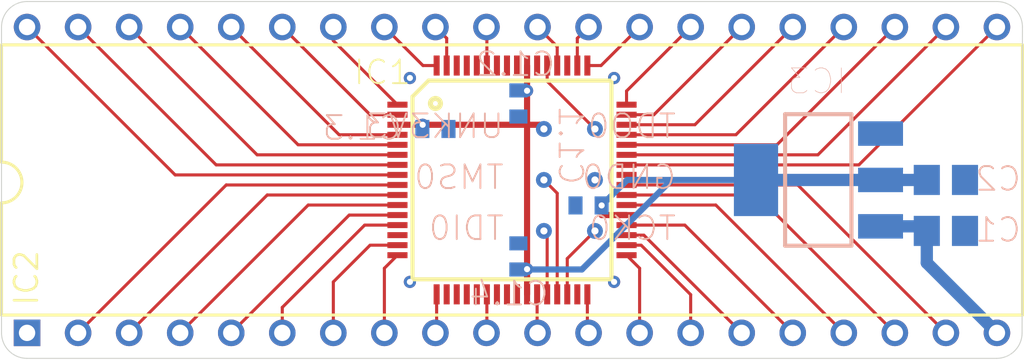
<source format=kicad_pcb>
(kicad_pcb (version 20240108) (generator "pcbnew") (generator_version "8.0")
  (layers (0 "F.Cu" signal) (31 "B.Cu" signal) (34 "B.Paste" user) (35 "F.Paste" user) (36 "B.SilkS" user "B.Silkscreen") (37 "F.SilkS" user "F.Silkscreen") (38 "B.Mask" user) (39 "F.Mask" user) (44 "Edge.Cuts" user))
  (net 0 "")
  (net 1 "GND")
  (net 2 "VCC")
  (net 3 "R/~{W}")
  (net 4 "~{CS}")
  (net 5 "~{RESET}")
  (net 6 "PC0")
  (net 7 "PC1")
  (net 8 "PC2")
  (net 9 "PC3")
  (net 10 "PC4")
  (net 11 "PC5")
  (net 12 "PC6")
  (net 13 "PC7")
  (net 14 "PB7")
  (net 15 "PB6")
  (net 16 "PB5")
  (net 17 "PB4")
  (net 18 "PB3")
  (net 19 "PB2")
  (net 20 "PB1")
  (net 21 "PB0")
  (net 22 "PA7")
  (net 23 "PA6")
  (net 24 "PA5")
  (net 25 "PA4")
  (net 26 "PA3")
  (net 27 "PA2")
  (net 28 "PA1")
  (net 29 "PA0")
  (net 30 "RS0")
  (net 31 "RS1")
  (net 32 "RS2")
  (net 33 "D0")
  (net 34 "D1")
  (net 35 "D2")
  (net 36 "D3")
  (net 37 "D4")
  (net 38 "D5")
  (net 39 "D6")
  (net 40 "D7")
  (net 41 "+3V3")
  (net 42 "TDO")
  (net 43 "TDI")
  (net 44 "TMS")
  (net 45 "TCK")
  (footprint "VQFP64" (layer "F.Cu") (at 148.501815 105.0036)
    (property "Reference" "IC1" (at -7.945 -4.675 0) (layer "F.SilkS") (effects (font (size 1.176528 1.176528) (thickness 0.093472)) (justify left bottom)))
    (property "Value" "XC9572XLVQG64")
    (fp_line (start -4.95 -4.15) (end -4.15 -4.95) (stroke (width 0.2032)) (layer "F.SilkS"))
    (fp_line (start -4.95 4.95) (end -4.95 -4.15) (stroke (width 0.2032)) (layer "F.SilkS"))
    (fp_line (start -4.15 -4.95) (end 4.95 -4.95) (stroke (width 0.2032)) (layer "F.SilkS"))
    (fp_line (start 4.95 -4.95) (end 4.95 4.95) (stroke (width 0.2032)) (layer "F.SilkS"))
    (fp_line (start 4.95 4.95) (end -4.95 4.95) (stroke (width 0.2032)) (layer "F.SilkS"))
    (fp_circle (center -3.81 -3.81) (end -3.5601 -3.81) (stroke (width 0.254)) (fill none) (layer "F.SilkS"))
    (pad "1" smd rect (at -5.7 -3.75) (size 1 0.3) (layers "F.Cu" "F.Paste") (net 34 "D1"))
    (pad "2" smd rect (at -5.7 -3.25) (size 1 0.3) (layers "F.Cu" "F.Paste") (net 35 "D2"))
    (pad "3" smd rect (at -5.7 -2.75) (size 1 0.3) (layers "F.Cu" "F.Paste") (net 41 "+3V3"))
    (pad "4" smd rect (at -5.7 -2.25) (size 1 0.3) (layers "F.Cu" "F.Paste") (net 36 "D3"))
    (pad "5" smd rect (at -5.7 -1.75) (size 1 0.3) (layers "F.Cu" "F.Paste") (net 37 "D4"))
    (pad "6" smd rect (at -5.7 -1.25) (size 1 0.3) (layers "F.Cu" "F.Paste") (net 38 "D5"))
    (pad "7" smd rect (at -5.7 -0.75) (size 1 0.3) (layers "F.Cu" "F.Paste") (net 39 "D6"))
    (pad "8" smd rect (at -5.7 -0.25) (size 1 0.3) (layers "F.Cu" "F.Paste") (net 40 "D7"))
    (pad "9" smd rect (at -5.7 0.25) (size 1 0.3) (layers "F.Cu" "F.Paste") (net 29 "PA0"))
    (pad "10" smd rect (at -5.7 0.75) (size 1 0.3) (layers "F.Cu" "F.Paste") (net 28 "PA1"))
    (pad "11" smd rect (at -5.7 1.25) (size 1 0.3) (layers "F.Cu" "F.Paste") (net 27 "PA2"))
    (pad "12" smd rect (at -5.7 1.75) (size 1 0.3) (layers "F.Cu" "F.Paste") (net 26 "PA3"))
    (pad "13" smd rect (at -5.7 2.25) (size 1 0.3) (layers "F.Cu" "F.Paste") (net 25 "PA4"))
    (pad "14" smd rect (at -5.7 2.75) (size 1 0.3) (layers "F.Cu" "F.Paste") (net 1 "GND"))
    (pad "15" smd rect (at -5.7 3.25) (size 1 0.3) (layers "F.Cu" "F.Paste") (net 24 "PA5"))
    (pad "16" smd rect (at -5.7 3.75) (size 1 0.3) (layers "F.Cu" "F.Paste") (net 23 "PA6"))
    (pad "17" smd rect (at -3.75 5.7 90) (size 1 0.3) (layers "F.Cu" "F.Paste") (net 22 "PA7"))
    (pad "18" smd rect (at -3.25 5.7 90) (size 1 0.3) (layers "F.Cu" "F.Paste"))
    (pad "19" smd rect (at -2.75 5.7 90) (size 1 0.3) (layers "F.Cu" "F.Paste"))
    (pad "20" smd rect (at -2.25 5.7 90) (size 1 0.3) (layers "F.Cu" "F.Paste"))
    (pad "21" smd rect (at -1.75 5.7 90) (size 1 0.3) (layers "F.Cu" "F.Paste") (net 1 "GND"))
    (pad "22" smd rect (at -1.25 5.7 90) (size 1 0.3) (layers "F.Cu" "F.Paste") (net 21 "PB0"))
    (pad "23" smd rect (at -0.75 5.7 90) (size 1 0.3) (layers "F.Cu" "F.Paste"))
    (pad "24" smd rect (at -0.25 5.7 90) (size 1 0.3) (layers "F.Cu" "F.Paste"))
    (pad "25" smd rect (at 0.25 5.7 90) (size 1 0.3) (layers "F.Cu" "F.Paste"))
    (pad "26" smd rect (at 0.75 5.7 90) (size 1 0.3) (layers "F.Cu" "F.Paste") (net 41 "+3V3"))
    (pad "27" smd rect (at 1.25 5.7 90) (size 1 0.3) (layers "F.Cu" "F.Paste") (net 20 "PB1"))
    (pad "28" smd rect (at 1.75 5.7 90) (size 1 0.3) (layers "F.Cu" "F.Paste") (net 43 "TDI"))
    (pad "29" smd rect (at 2.25 5.7 90) (size 1 0.3) (layers "F.Cu" "F.Paste") (net 44 "TMS"))
    (pad "30" smd rect (at 2.75 5.7 90) (size 1 0.3) (layers "F.Cu" "F.Paste") (net 45 "TCK"))
    (pad "31" smd rect (at 3.25 5.7 90) (size 1 0.3) (layers "F.Cu" "F.Paste"))
    (pad "32" smd rect (at 3.75 5.7 90) (size 1 0.3) (layers "F.Cu" "F.Paste") (net 19 "PB2"))
    (pad "33" smd rect (at 5.7 3.75 180) (size 1 0.3) (layers "F.Cu" "F.Paste") (net 18 "PB3"))
    (pad "34" smd rect (at 5.7 3.25 180) (size 1 0.3) (layers "F.Cu" "F.Paste") (net 17 "PB4"))
    (pad "35" smd rect (at 5.7 2.75 180) (size 1 0.3) (layers "F.Cu" "F.Paste") (net 16 "PB5"))
    (pad "36" smd rect (at 5.7 2.25 180) (size 1 0.3) (layers "F.Cu" "F.Paste") (net 15 "PB6"))
    (pad "37" smd rect (at 5.7 1.75 180) (size 1 0.3) (layers "F.Cu" "F.Paste") (net 41 "+3V3"))
    (pad "38" smd rect (at 5.7 1.25 180) (size 1 0.3) (layers "F.Cu" "F.Paste") (net 14 "PB7"))
    (pad "39" smd rect (at 5.7 0.75 180) (size 1 0.3) (layers "F.Cu" "F.Paste") (net 4 "~{CS}"))
    (pad "40" smd rect (at 5.7 0.25 180) (size 1 0.3) (layers "F.Cu" "F.Paste") (net 3 "R/~{W}"))
    (pad "41" smd rect (at 5.7 -0.25 180) (size 1 0.3) (layers "F.Cu" "F.Paste") (net 1 "GND"))
    (pad "42" smd rect (at 5.7 -0.75 180) (size 1 0.3) (layers "F.Cu" "F.Paste") (net 5 "~{RESET}"))
    (pad "43" smd rect (at 5.7 -1.25 180) (size 1 0.3) (layers "F.Cu" "F.Paste") (net 32 "RS2"))
    (pad "44" smd rect (at 5.7 -1.75 180) (size 1 0.3) (layers "F.Cu" "F.Paste") (net 31 "RS1"))
    (pad "45" smd rect (at 5.7 -2.25 180) (size 1 0.3) (layers "F.Cu" "F.Paste") (net 30 "RS0"))
    (pad "46" smd rect (at 5.7 -2.75 180) (size 1 0.3) (layers "F.Cu" "F.Paste") (net 6 "PC0"))
    (pad "47" smd rect (at 5.7 -3.25 180) (size 1 0.3) (layers "F.Cu" "F.Paste") (net 7 "PC1"))
    (pad "48" smd rect (at 5.7 -3.75 180) (size 1 0.3) (layers "F.Cu" "F.Paste") (net 8 "PC2"))
    (pad "49" smd rect (at 3.75 -5.7 270) (size 1 0.3) (layers "F.Cu" "F.Paste") (net 9 "PC3"))
    (pad "50" smd rect (at 3.25 -5.7 270) (size 1 0.3) (layers "F.Cu" "F.Paste") (net 10 "PC4"))
    (pad "51" smd rect (at 2.75 -5.7 270) (size 1 0.3) (layers "F.Cu" "F.Paste"))
    (pad "52" smd rect (at 2.25 -5.7 270) (size 1 0.3) (layers "F.Cu" "F.Paste") (net 11 "PC5"))
    (pad "53" smd rect (at 1.75 -5.7 270) (size 1 0.3) (layers "F.Cu" "F.Paste") (net 42 "TDO"))
    (pad "54" smd rect (at 1.25 -5.7 270) (size 1 0.3) (layers "F.Cu" "F.Paste") (net 1 "GND"))
    (pad "55" smd rect (at 0.75 -5.7 270) (size 1 0.3) (layers "F.Cu" "F.Paste") (net 41 "+3V3"))
    (pad "56" smd rect (at 0.25 -5.7 270) (size 1 0.3) (layers "F.Cu" "F.Paste"))
    (pad "57" smd rect (at -0.25 -5.7 270) (size 1 0.3) (layers "F.Cu" "F.Paste"))
    (pad "58" smd rect (at -0.75 -5.7 270) (size 1 0.3) (layers "F.Cu" "F.Paste"))
    (pad "59" smd rect (at -1.25 -5.7 270) (size 1 0.3) (layers "F.Cu" "F.Paste") (net 12 "PC6"))
    (pad "60" smd rect (at -1.75 -5.7 270) (size 1 0.3) (layers "F.Cu" "F.Paste"))
    (pad "61" smd rect (at -2.25 -5.7 270) (size 1 0.3) (layers "F.Cu" "F.Paste"))
    (pad "62" smd rect (at -2.75 -5.7 270) (size 1 0.3) (layers "F.Cu" "F.Paste"))
    (pad "63" smd rect (at -3.25 -5.7 270) (size 1 0.3) (layers "F.Cu" "F.Paste") (net 13 "PC7"))
    (pad "64" smd rect (at -3.75 -5.7 270) (size 1 0.3) (layers "F.Cu" "F.Paste") (net 33 "D0"))
  )
  (footprint "DIL40-ROUNDPAD" (layer "F.Cu") (at 148.501815 105.0036)
    (property "Reference" "IC2" (at -23.495 6.35 90) (layer "F.SilkS") (effects (font (size 1.139139 1.139139) (thickness 0.130861)) (justify left bottom)))
    (property "Value" "6523")
    (fp_line (start -25.4 -6.731) (end -25.4 -0.889) (stroke (width 0.1524)) (layer "F.SilkS"))
    (fp_line (start -25.4 6.731) (end -25.4 1.143) (stroke (width 0.1524)) (layer "F.SilkS"))
    (fp_line (start -25.4 6.731) (end 25.4 6.731) (stroke (width 0.1524)) (layer "F.SilkS"))
    (fp_line (start 25.4 -6.731) (end -25.4 -6.731) (stroke (width 0.1524)) (layer "F.SilkS"))
    (fp_line (start 25.4 -6.731) (end 25.4 6.731) (stroke (width 0.1524)) (layer "F.SilkS"))
    (fp_arc (start -25.4 -0.889) (mid -24.384 0.127) (end -25.4 1.143) (stroke (width 0.1524)) (layer "F.SilkS"))
    (pad "1" thru_hole rect (at -24.13 7.62 90) (size 1.3208 1.3208) (drill 0.8128) (layers "*.Cu" "*.Mask") (net 1 "GND"))
    (pad "2" thru_hole circle (at -21.59 7.62 90) (size 1.3208 1.3208) (drill 0.8128) (layers "*.Cu" "*.Mask") (net 29 "PA0"))
    (pad "3" thru_hole circle (at -19.05 7.62 90) (size 1.3208 1.3208) (drill 0.8128) (layers "*.Cu" "*.Mask") (net 28 "PA1"))
    (pad "4" thru_hole circle (at -16.51 7.62 90) (size 1.3208 1.3208) (drill 0.8128) (layers "*.Cu" "*.Mask") (net 27 "PA2"))
    (pad "5" thru_hole circle (at -13.97 7.62 90) (size 1.3208 1.3208) (drill 0.8128) (layers "*.Cu" "*.Mask") (net 26 "PA3"))
    (pad "6" thru_hole circle (at -11.43 7.62 90) (size 1.3208 1.3208) (drill 0.8128) (layers "*.Cu" "*.Mask") (net 25 "PA4"))
    (pad "7" thru_hole circle (at -8.89 7.62 90) (size 1.3208 1.3208) (drill 0.8128) (layers "*.Cu" "*.Mask") (net 24 "PA5"))
    (pad "8" thru_hole circle (at -6.35 7.62 90) (size 1.3208 1.3208) (drill 0.8128) (layers "*.Cu" "*.Mask") (net 23 "PA6"))
    (pad "9" thru_hole circle (at -3.81 7.62 90) (size 1.3208 1.3208) (drill 0.8128) (layers "*.Cu" "*.Mask") (net 22 "PA7"))
    (pad "10" thru_hole circle (at -1.27 7.62 90) (size 1.3208 1.3208) (drill 0.8128) (layers "*.Cu" "*.Mask") (net 21 "PB0"))
    (pad "11" thru_hole circle (at 1.27 7.62 90) (size 1.3208 1.3208) (drill 0.8128) (layers "*.Cu" "*.Mask") (net 20 "PB1"))
    (pad "12" thru_hole circle (at 3.81 7.62 90) (size 1.3208 1.3208) (drill 0.8128) (layers "*.Cu" "*.Mask") (net 19 "PB2"))
    (pad "13" thru_hole circle (at 6.35 7.62 90) (size 1.3208 1.3208) (drill 0.8128) (layers "*.Cu" "*.Mask") (net 18 "PB3"))
    (pad "14" thru_hole circle (at 8.89 7.62 90) (size 1.3208 1.3208) (drill 0.8128) (layers "*.Cu" "*.Mask") (net 17 "PB4"))
    (pad "15" thru_hole circle (at 11.43 7.62 90) (size 1.3208 1.3208) (drill 0.8128) (layers "*.Cu" "*.Mask") (net 16 "PB5"))
    (pad "16" thru_hole circle (at 13.97 7.62 90) (size 1.3208 1.3208) (drill 0.8128) (layers "*.Cu" "*.Mask") (net 15 "PB6"))
    (pad "17" thru_hole circle (at 16.51 7.62 90) (size 1.3208 1.3208) (drill 0.8128) (layers "*.Cu" "*.Mask") (net 14 "PB7"))
    (pad "18" thru_hole circle (at 19.05 7.62 90) (size 1.3208 1.3208) (drill 0.8128) (layers "*.Cu" "*.Mask") (net 4 "~{CS}"))
    (pad "19" thru_hole circle (at 21.59 7.62 90) (size 1.3208 1.3208) (drill 0.8128) (layers "*.Cu" "*.Mask") (net 3 "R/~{W}"))
    (pad "20" thru_hole circle (at 24.13 7.62 90) (size 1.3208 1.3208) (drill 0.8128) (layers "*.Cu" "*.Mask") (net 2 "VCC"))
    (pad "21" thru_hole circle (at 24.13 -7.62 90) (size 1.3208 1.3208) (drill 0.8128) (layers "*.Cu" "*.Mask") (net 5 "~{RESET}"))
    (pad "22" thru_hole circle (at 21.59 -7.62 90) (size 1.3208 1.3208) (drill 0.8128) (layers "*.Cu" "*.Mask") (net 32 "RS2"))
    (pad "23" thru_hole circle (at 19.05 -7.62 90) (size 1.3208 1.3208) (drill 0.8128) (layers "*.Cu" "*.Mask") (net 31 "RS1"))
    (pad "24" thru_hole circle (at 16.51 -7.62 90) (size 1.3208 1.3208) (drill 0.8128) (layers "*.Cu" "*.Mask") (net 30 "RS0"))
    (pad "25" thru_hole circle (at 13.97 -7.62 90) (size 1.3208 1.3208) (drill 0.8128) (layers "*.Cu" "*.Mask") (net 6 "PC0"))
    (pad "26" thru_hole circle (at 11.43 -7.62 90) (size 1.3208 1.3208) (drill 0.8128) (layers "*.Cu" "*.Mask") (net 7 "PC1"))
    (pad "27" thru_hole circle (at 8.89 -7.62 90) (size 1.3208 1.3208) (drill 0.8128) (layers "*.Cu" "*.Mask") (net 8 "PC2"))
    (pad "28" thru_hole circle (at 6.35 -7.62 90) (size 1.3208 1.3208) (drill 0.8128) (layers "*.Cu" "*.Mask") (net 9 "PC3"))
    (pad "29" thru_hole circle (at 3.81 -7.62 90) (size 1.3208 1.3208) (drill 0.8128) (layers "*.Cu" "*.Mask") (net 10 "PC4"))
    (pad "30" thru_hole circle (at 1.27 -7.62 90) (size 1.3208 1.3208) (drill 0.8128) (layers "*.Cu" "*.Mask") (net 11 "PC5"))
    (pad "31" thru_hole circle (at -1.27 -7.62 90) (size 1.3208 1.3208) (drill 0.8128) (layers "*.Cu" "*.Mask") (net 12 "PC6"))
    (pad "32" thru_hole circle (at -3.81 -7.62 90) (size 1.3208 1.3208) (drill 0.8128) (layers "*.Cu" "*.Mask") (net 13 "PC7"))
    (pad "33" thru_hole circle (at -6.35 -7.62 90) (size 1.3208 1.3208) (drill 0.8128) (layers "*.Cu" "*.Mask") (net 33 "D0"))
    (pad "34" thru_hole circle (at -8.89 -7.62 90) (size 1.3208 1.3208) (drill 0.8128) (layers "*.Cu" "*.Mask") (net 34 "D1"))
    (pad "35" thru_hole circle (at -11.43 -7.62 90) (size 1.3208 1.3208) (drill 0.8128) (layers "*.Cu" "*.Mask") (net 35 "D2"))
    (pad "36" thru_hole circle (at -13.97 -7.62 90) (size 1.3208 1.3208) (drill 0.8128) (layers "*.Cu" "*.Mask") (net 36 "D3"))
    (pad "37" thru_hole circle (at -16.51 -7.62 90) (size 1.3208 1.3208) (drill 0.8128) (layers "*.Cu" "*.Mask") (net 37 "D4"))
    (pad "38" thru_hole circle (at -19.05 -7.62 90) (size 1.3208 1.3208) (drill 0.8128) (layers "*.Cu" "*.Mask") (net 38 "D5"))
    (pad "39" thru_hole circle (at -21.59 -7.62 90) (size 1.3208 1.3208) (drill 0.8128) (layers "*.Cu" "*.Mask") (net 39 "D6"))
    (pad "40" thru_hole circle (at -24.13 -7.62 90) (size 1.3208 1.3208) (drill 0.8128) (layers "*.Cu" "*.Mask") (net 40 "D7"))
  )
  (footprint "TP08R" (layer "B.Cu") (at 150.089315 105.0036 180)
    (property "Reference" "TMS0" (at 1.9225 -0.5524 -0) (layer "B.SilkS") (effects (font (size 1.176528 1.176528) (thickness 0.093472)) (justify left bottom mirror)))
    (property "Value" "TPTP08R" (hide yes))
    (pad "TP" smd roundrect (at 0 0 180) (size 0.8 0.8) (layers "B.Cu" "B.Mask") (roundrect_rratio 0.5) (net 44 "TMS"))
  )
  (footprint "C0805" (layer "B.Cu") (at 170.091815 107.5436)
    (property "Reference" "C1" (at 3.81 0.635 -0) (layer "B.SilkS") (effects (font (size 1.176528 1.176528) (thickness 0.093472)) (justify left bottom mirror)))
    (property "Value" "")
    (pad "1" smd rect (at -0.95 0) (size 1.3 1.5) (layers "B.Cu" "B.Paste" "B.Mask") (net 2 "VCC"))
    (pad "2" smd rect (at 0.95 0) (size 1.3 1.5) (layers "B.Cu" "B.Paste" "B.Mask") (net 1 "GND"))
  )
  (footprint "C0805" (layer "B.Cu") (at 170.091815 105.0036)
    (property "Reference" "C2" (at 3.81 0.635 -0) (layer "B.SilkS") (effects (font (size 1.176528 1.176528) (thickness 0.093472)) (justify left bottom mirror)))
    (property "Value" "")
    (pad "1" smd rect (at -0.95 0) (size 1.3 1.5) (layers "B.Cu" "B.Paste" "B.Mask") (net 41 "+3V3"))
    (pad "2" smd rect (at 0.95 0) (size 1.3 1.5) (layers "B.Cu" "B.Paste" "B.Mask") (net 1 "GND"))
  )
  (footprint "SOT223" (layer "B.Cu") (at 163.741815 105.0036 -90)
    (property "Reference" "IC3" (at -4.191 -1.4605 -0) (layer "B.SilkS") (effects (font (size 1.240089 1.240089) (thickness 0.029911)) (justify left bottom mirror)))
    (property "Value" "")
    (fp_line (start -3.2766 1.651) (end -3.2766 -1.651) (stroke (width 0.2032)) (layer "B.SilkS"))
    (fp_line (start 3.2766 1.651) (end -3.2766 1.651) (stroke (width 0.2032)) (layer "B.SilkS"))
    (fp_line (start -3.2766 -1.651) (end 3.2766 -1.651) (stroke (width 0.2032)) (layer "B.SilkS"))
    (fp_line (start 3.2766 -1.651) (end 3.2766 1.651) (stroke (width 0.2032)) (layer "B.SilkS"))
    (pad "1" smd rect (at -2.3114 -3.0988 270) (size 1.2192 2.2352) (layers "B.Cu" "B.Paste" "B.Mask") (net 1 "GND"))
    (pad "2" smd rect (at 0 -3.0988 270) (size 1.2192 2.2352) (layers "B.Cu" "B.Paste" "B.Mask") (net 41 "+3V3"))
    (pad "3" smd rect (at 2.3114 -3.0988 270) (size 1.2192 2.2352) (layers "B.Cu" "B.Paste" "B.Mask") (net 2 "VCC"))
    (pad "4" smd rect (at 0 3.099 270) (size 3.6 2.2) (layers "B.Cu" "B.Paste" "B.Mask") (net 41 "+3V3"))
  )
  (footprint "TP08R" (layer "B.Cu") (at 150.089315 102.4636 180)
    (property "Reference" "UNK3V3" (at 1.9225 -0.5524 -0) (layer "B.SilkS") (effects (font (size 1.176528 1.176528) (thickness 0.093472)) (justify left bottom mirror)))
    (property "Value" "TPTP08R" (hide yes))
    (pad "TP" smd roundrect (at 0 0 180) (size 0.8 0.8) (layers "B.Cu" "B.Mask") (roundrect_rratio 0.5) (net 41 "+3V3"))
  )
  (footprint "TP08R" (layer "B.Cu") (at 150.089315 107.5436 180)
    (property "Reference" "TDI0" (at 1.9225 -0.5524 -0) (layer "B.SilkS") (effects (font (size 1.176528 1.176528) (thickness 0.093472)) (justify left bottom mirror)))
    (property "Value" "TPTP08R" (hide yes))
    (pad "TP" smd roundrect (at 0 0 180) (size 0.8 0.8) (layers "B.Cu" "B.Mask") (roundrect_rratio 0.5) (net 43 "TDI"))
  )
  (footprint "TP08R" (layer "B.Cu") (at 152.629315 102.4636 180)
    (property "Reference" "TDO0" (at -4.11 -0.5524 -0) (layer "B.SilkS") (effects (font (size 1.176528 1.176528) (thickness 0.093472)) (justify left bottom mirror)))
    (property "Value" "TPTP08R" (hide yes))
    (pad "TP" smd roundrect (at 0 0 180) (size 0.8 0.8) (layers "B.Cu" "B.Mask") (roundrect_rratio 0.5) (net 42 "TDO"))
  )
  (footprint "TP08R" (layer "B.Cu") (at 152.629315 105.0036 180)
    (property "Reference" "GND0" (at -4.11 -0.5524 -0) (layer "B.SilkS") (effects (font (size 1.176528 1.176528) (thickness 0.093472)) (justify left bottom mirror)))
    (property "Value" "TPTP08R" (hide yes))
    (pad "TP" smd roundrect (at 0 0 180) (size 0.8 0.8) (layers "B.Cu" "B.Mask") (roundrect_rratio 0.5) (net 1 "GND"))
  )
  (footprint "C0402" (layer "B.Cu") (at 148.819315 108.8136 90)
    (property "Reference" "C1.4" (at -2.54 1.5875 -0) (layer "B.SilkS") (effects (font (size 1.176528 1.176528) (thickness 0.093472)) (justify left bottom mirror)))
    (property "Value" "")
    (pad "1" smd rect (at -0.65 0 90) (size 0.7 0.9) (layers "B.Cu" "B.Paste" "B.Mask") (net 41 "+3V3"))
    (pad "2" smd rect (at 0.65 0 90) (size 0.7 0.9) (layers "B.Cu" "B.Paste" "B.Mask") (net 1 "GND"))
  )
  (footprint "C0402" (layer "B.Cu") (at 144.691815 102.4636)
    (property "Reference" "C1.3" (at -1.5875 0.635 -0) (layer "B.SilkS") (effects (font (size 1.176528 1.176528) (thickness 0.093472)) (justify left bottom mirror)))
    (property "Value" "")
    (pad "1" smd rect (at -0.65 0) (size 0.7 0.9) (layers "B.Cu" "B.Paste" "B.Mask") (net 41 "+3V3"))
    (pad "2" smd rect (at 0.65 0) (size 0.7 0.9) (layers "B.Cu" "B.Paste" "B.Mask") (net 1 "GND"))
  )
  (footprint "TP08R" (layer "B.Cu") (at 152.629315 107.5436 180)
    (property "Reference" "TCK0" (at -4.11 -0.5524 -0) (layer "B.SilkS") (effects (font (size 1.176528 1.176528) (thickness 0.093472)) (justify left bottom mirror)))
    (property "Value" "TPTP08R" (hide yes))
    (pad "TP" smd roundrect (at 0 0 180) (size 0.8 0.8) (layers "B.Cu" "B.Mask") (roundrect_rratio 0.5) (net 45 "TCK"))
  )
  (footprint "C0402" (layer "B.Cu") (at 152.311815 106.2736 180)
    (property "Reference" "C1.1" (at 1.5875 0.9525 -90) (layer "B.SilkS") (effects (font (size 1.176528 1.176528) (thickness 0.093472)) (justify left bottom mirror)))
    (property "Value" "")
    (pad "1" smd rect (at -0.65 0 180) (size 0.7 0.9) (layers "B.Cu" "B.Paste" "B.Mask") (net 41 "+3V3"))
    (pad "2" smd rect (at 0.65 0 180) (size 0.7 0.9) (layers "B.Cu" "B.Paste" "B.Mask") (net 1 "GND"))
  )
  (footprint "C0402" (layer "B.Cu") (at 148.819315 101.1936 -90)
    (property "Reference" "C1.2" (at -1.27 -1.905 -0) (layer "B.SilkS") (effects (font (size 1.176528 1.176528) (thickness 0.093472)) (justify left bottom mirror)))
    (property "Value" "")
    (pad "1" smd rect (at -0.65 0 270) (size 0.7 0.9) (layers "B.Cu" "B.Paste" "B.Mask") (net 41 "+3V3"))
    (pad "2" smd rect (at 0.65 0 270) (size 0.7 0.9) (layers "B.Cu" "B.Paste" "B.Mask") (net 1 "GND"))
  )
  (gr_line (start 173.883243 112.623997) (end 173.900383 97.385982) (stroke (width 0.05)) (layer "Edge.Cuts"))
  (gr_arc (start 172.630385 96.113601) (mid 173.529112 96.486558) (end 173.900383 97.385982) (stroke (width 0.05)) (layer "Edge.Cuts"))
  (gr_line (start 124.371815 113.8936) (end 172.613243 113.8936) (stroke (width 0.05)) (layer "Edge.Cuts"))
  (gr_arc (start 123.101815 97.3836) (mid 123.473789 96.485574) (end 124.371815 96.1136) (stroke (width 0.05)) (layer "Edge.Cuts"))
  (gr_arc (start 173.883243 112.623997) (mid 173.511128 113.521766) (end 172.613243 113.8936) (stroke (width 0.05)) (layer "Edge.Cuts"))
  (gr_arc (start 124.371815 113.8936) (mid 123.473789 113.521626) (end 123.101815 112.6236) (stroke (width 0.05)) (layer "Edge.Cuts"))
  (gr_line (start 172.630386 96.1136) (end 124.371815 96.1136) (stroke (width 0.05)) (layer "Edge.Cuts"))
  (gr_line (start 123.101815 97.3836) (end 123.101815 112.6236) (stroke (width 0.05)) (layer "Edge.Cuts"))
  (via (at 153.581815 110.0836) (size 0.6096) (drill 0.3048) (layers "F.Cu" "B.Cu") (net 1))
  (via (at 152.629315 105.0036) (size 0.6604) (drill 0.3556) (layers "F.Cu" "B.Cu") (net 1))
  (via (at 153.581815 99.9236) (size 0.6096) (drill 0.3048) (layers "F.Cu" "B.Cu") (net 1))
  (via (at 143.421815 99.9236) (size 0.6096) (drill 0.3048) (layers "F.Cu" "B.Cu") (net 1))
  (via (at 143.421815 110.0836) (size 0.6096) (drill 0.3048) (layers "F.Cu" "B.Cu") (net 1))
  (segment (start 169.141815 109.1336) (end 169.141815 107.5436) (width 0.6096) (layer "B.Cu") (net 2))
  (segment (start 172.631815 112.6236) (end 169.141815 109.1336) (width 0.6096) (layer "B.Cu") (net 2))
  (segment (start 168.913215 107.315) (end 169.141815 107.5436) (width 0.6096) (layer "B.Cu") (net 2))
  (segment (start 166.840615 107.315) (end 168.913215 107.315) (width 0.6096) (layer "B.Cu") (net 2))
  (segment (start 154.201815 105.2536) (end 162.721815 105.2536) (width 0.1524) (layer "F.Cu") (net 3))
  (segment (start 162.721815 105.2536) (end 170.091815 112.6236) (width 0.1524) (layer "F.Cu") (net 3))
  (segment (start 154.201815 105.7536) (end 160.681815 105.7536) (width 0.1524) (layer "F.Cu") (net 4))
  (segment (start 160.681815 105.7536) (end 167.551815 112.6236) (width 0.1524) (layer "F.Cu") (net 4))
  (segment (start 165.761815 104.2536) (end 172.631815 97.3836) (width 0.1524) (layer "F.Cu") (net 5))
  (segment (start 154.201815 104.2536) (end 165.761815 104.2536) (width 0.1524) (layer "F.Cu") (net 5))
  (segment (start 157.601815 102.2536) (end 162.471815 97.3836) (width 0.1524) (layer "F.Cu") (net 6))
  (segment (start 154.201815 102.2536) (end 157.601815 102.2536) (width 0.1524) (layer "F.Cu") (net 6))
  (segment (start 155.561815 101.7536) (end 159.931815 97.3836) (width 0.1524) (layer "F.Cu") (net 7))
  (segment (start 154.201815 101.7536) (end 155.561815 101.7536) (width 0.1524) (layer "F.Cu") (net 7))
  (segment (start 154.201815 100.5736) (end 157.391815 97.3836) (width 0.1524) (layer "F.Cu") (net 8))
  (segment (start 154.201815 101.2536) (end 154.201815 100.5736) (width 0.1524) (layer "F.Cu") (net 8))
  (segment (start 154.851815 97.3836) (end 152.931815 99.3036) (width 0.1524) (layer "F.Cu") (net 9))
  (segment (start 152.931815 99.3036) (end 152.251815 99.3036) (width 0.1524) (layer "F.Cu") (net 9))
  (segment (start 152.311815 97.3836) (end 151.751815 97.9436) (width 0.1524) (layer "F.Cu") (net 10))
  (segment (start 151.751815 97.9436) (end 151.751815 99.3036) (width 0.1524) (layer "F.Cu") (net 10))
  (segment (start 150.751815 98.3636) (end 149.771815 97.3836) (width 0.1524) (layer "F.Cu") (net 11))
  (segment (start 150.751815 99.3036) (end 150.751815 98.3636) (width 0.1524) (layer "F.Cu") (net 11))
  (segment (start 147.251815 97.4036) (end 147.251815 99.3036) (width 0.1524) (layer "F.Cu") (net 12))
  (segment (start 147.231815 97.3836) (end 147.251815 97.4036) (width 0.1524) (layer "F.Cu") (net 12))
  (segment (start 144.691815 97.3836) (end 145.251815 97.9436) (width 0.1524) (layer "F.Cu") (net 13))
  (segment (start 145.251815 97.9436) (end 145.251815 99.3036) (width 0.1524) (layer "F.Cu") (net 13))
  (segment (start 158.641815 106.2536) (end 165.011815 112.6236) (width 0.1524) (layer "F.Cu") (net 14))
  (segment (start 154.201815 106.2536) (end 158.641815 106.2536) (width 0.1524) (layer "F.Cu") (net 14))
  (segment (start 154.201815 107.2536) (end 157.101815 107.2536) (width 0.1524) (layer "F.Cu") (net 15))
  (segment (start 157.101815 107.2536) (end 162.471815 112.6236) (width 0.1524) (layer "F.Cu") (net 15))
  (segment (start 155.061815 107.7536) (end 159.931815 112.6236) (width 0.1524) (layer "F.Cu") (net 16))
  (segment (start 154.201815 107.7536) (end 155.061815 107.7536) (width 0.1524) (layer "F.Cu") (net 16))
  (segment (start 154.926815 108.2536) (end 157.391815 110.7186) (width 0.1524) (layer "F.Cu") (net 17))
  (segment (start 154.201815 108.2536) (end 154.926815 108.2536) (width 0.1524) (layer "F.Cu") (net 17))
  (segment (start 157.391815 110.7186) (end 157.391815 112.6236) (width 0.1524) (layer "F.Cu") (net 17))
  (segment (start 154.201815 108.7536) (end 154.851815 109.4036) (width 0.1524) (layer "F.Cu") (net 18))
  (segment (start 154.851815 109.4036) (end 154.851815 112.6236) (width 0.1524) (layer "F.Cu") (net 18))
  (segment (start 152.251815 112.5636) (end 152.311815 112.6236) (width 0.1524) (layer "F.Cu") (net 19))
  (segment (start 152.251815 110.7036) (end 152.251815 112.5636) (width 0.1524) (layer "F.Cu") (net 19))
  (segment (start 149.751815 110.7036) (end 149.751815 112.6036) (width 0.1524) (layer "F.Cu") (net 20))
  (segment (start 149.751815 112.6036) (end 149.771815 112.6236) (width 0.1524) (layer "F.Cu") (net 20))
  (segment (start 147.251815 110.7036) (end 147.251815 112.6036) (width 0.1524) (layer "F.Cu") (net 21))
  (segment (start 147.251815 112.6036) (end 147.231815 112.6236) (width 0.1524) (layer "F.Cu") (net 21))
  (segment (start 144.751815 110.7036) (end 144.751815 112.5636) (width 0.1524) (layer "F.Cu") (net 22))
  (segment (start 144.751815 112.5636) (end 144.691815 112.6236) (width 0.1524) (layer "F.Cu") (net 22))
  (segment (start 142.151815 109.4036) (end 142.801815 108.7536) (width 0.1524) (layer "F.Cu") (net 23))
  (segment (start 142.151815 112.6236) (end 142.151815 109.4036) (width 0.1524) (layer "F.Cu") (net 23))
  (segment (start 141.441815 108.2536) (end 139.611815 110.0836) (width 0.1524) (layer "F.Cu") (net 24))
  (segment (start 142.801815 108.2536) (end 141.441815 108.2536) (width 0.1524) (layer "F.Cu") (net 24))
  (segment (start 139.611815 110.0836) (end 139.611815 112.6236) (width 0.1524) (layer "F.Cu") (net 24))
  (segment (start 137.071815 111.3536) (end 137.071815 112.6236) (width 0.1524) (layer "F.Cu") (net 25))
  (segment (start 142.801815 107.2536) (end 141.171815 107.2536) (width 0.1524) (layer "F.Cu") (net 25))
  (segment (start 141.171815 107.2536) (end 137.071815 111.3536) (width 0.1524) (layer "F.Cu") (net 25))
  (segment (start 140.401815 106.7536) (end 134.531815 112.6236) (width 0.1524) (layer "F.Cu") (net 26))
  (segment (start 142.801815 106.7536) (end 140.401815 106.7536) (width 0.1524) (layer "F.Cu") (net 26))
  (segment (start 138.361815 106.2536) (end 131.991815 112.6236) (width 0.1524) (layer "F.Cu") (net 27))
  (segment (start 142.801815 106.2536) (end 138.361815 106.2536) (width 0.1524) (layer "F.Cu") (net 27))
  (segment (start 142.801815 105.7536) (end 136.321815 105.7536) (width 0.1524) (layer "F.Cu") (net 28))
  (segment (start 136.321815 105.7536) (end 129.451815 112.6236) (width 0.1524) (layer "F.Cu") (net 28))
  (segment (start 134.281815 105.2536) (end 126.911815 112.6236) (width 0.1524) (layer "F.Cu") (net 29))
  (segment (start 142.801815 105.2536) (end 134.281815 105.2536) (width 0.1524) (layer "F.Cu") (net 29))
  (segment (start 154.201815 102.7536) (end 159.641815 102.7536) (width 0.1524) (layer "F.Cu") (net 30))
  (segment (start 159.641815 102.7536) (end 165.011815 97.3836) (width 0.1524) (layer "F.Cu") (net 30))
  (segment (start 161.681815 103.2536) (end 167.551815 97.3836) (width 0.1524) (layer "F.Cu") (net 31))
  (segment (start 154.201815 103.2536) (end 161.681815 103.2536) (width 0.1524) (layer "F.Cu") (net 31))
  (segment (start 163.721815 103.7536) (end 170.091815 97.3836) (width 0.1524) (layer "F.Cu") (net 32))
  (segment (start 154.201815 103.7536) (end 163.721815 103.7536) (width 0.1524) (layer "F.Cu") (net 32))
  (segment (start 144.071815 99.3036) (end 144.751815 99.3036) (width 0.1524) (layer "F.Cu") (net 33))
  (segment (start 142.151815 97.3836) (end 144.071815 99.3036) (width 0.1524) (layer "F.Cu") (net 33))
  (segment (start 139.611815 97.3836) (end 139.611815 98.0636) (width 0.1524) (layer "F.Cu") (net 34))
  (segment (start 139.611815 98.0636) (end 142.801815 101.2536) (width 0.1524) (layer "F.Cu") (net 34))
  (segment (start 141.441815 101.7536) (end 137.071815 97.3836) (width 0.1524) (layer "F.Cu") (net 35))
  (segment (start 142.801815 101.7536) (end 141.441815 101.7536) (width 0.1524) (layer "F.Cu") (net 35))
  (segment (start 142.801815 102.7536) (end 139.901815 102.7536) (width 0.1524) (layer "F.Cu") (net 36))
  (segment (start 139.901815 102.7536) (end 134.531815 97.3836) (width 0.1524) (layer "F.Cu") (net 36))
  (segment (start 137.861815 103.2536) (end 131.991815 97.3836) (width 0.1524) (layer "F.Cu") (net 37))
  (segment (start 142.801815 103.2536) (end 137.861815 103.2536) (width 0.1524) (layer "F.Cu") (net 37))
  (segment (start 142.801815 103.7536) (end 135.821815 103.7536) (width 0.1524) (layer "F.Cu") (net 38))
  (segment (start 135.821815 103.7536) (end 129.451815 97.3836) (width 0.1524) (layer "F.Cu") (net 38))
  (segment (start 133.781815 104.2536) (end 126.911815 97.3836) (width 0.1524) (layer "F.Cu") (net 39))
  (segment (start 142.801815 104.2536) (end 133.781815 104.2536) (width 0.1524) (layer "F.Cu") (net 39))
  (segment (start 131.741815 104.7536) (end 124.371815 97.3836) (width 0.1524) (layer "F.Cu") (net 40))
  (segment (start 142.801815 104.7536) (end 131.741815 104.7536) (width 0.1524) (layer "F.Cu") (net 40))
  (segment (start 149.251815 100.5586) (end 149.251815 99.3036) (width 0.3048) (layer "F.Cu") (net 41))
  (segment (start 149.251815 110.7036) (end 149.251815 109.4486) (width 0.3048) (layer "F.Cu") (net 41))
  (segment (start 149.251815 102.2536) (end 149.879315 102.2536) (width 0.3048) (layer "F.Cu") (net 41))
  (segment (start 154.201815 106.7536) (end 152.961815 106.7536) (width 0.3048) (layer "F.Cu") (net 41))
  (segment (start 149.251815 102.2536) (end 144.056815 102.2536) (width 0.3048) (layer "F.Cu") (net 41))
  (segment (start 149.879315 102.2536) (end 150.089315 102.4636) (width 0.3048) (layer "F.Cu") (net 41))
  (segment (start 152.961815 106.7536) (end 152.961815 106.2736) (width 0.3048) (layer "F.Cu") (net 41))
  (segment (start 149.251815 100.5586) (end 149.251815 102.2536) (width 0.3048) (layer "F.Cu") (net 41))
  (segment (start 149.251815 109.4486) (end 149.251815 102.2536) (width 0.3048) (layer "F.Cu") (net 41))
  (segment (start 144.056815 102.2536) (end 142.801815 102.2536) (width 0.3048) (layer "F.Cu") (net 41))
  (via (at 144.056815 102.2536) (size 0.6096) (drill 0.3048) (layers "F.Cu" "B.Cu") (net 41))
  (via (at 150.089315 102.4636) (size 0.6604) (drill 0.3556) (layers "F.Cu" "B.Cu") (net 41))
  (via (at 149.251815 100.5586) (size 0.6096) (drill 0.3048) (layers "F.Cu" "B.Cu") (net 41))
  (via (at 149.251815 109.4486) (size 0.6096) (drill 0.3048) (layers "F.Cu" "B.Cu") (net 41))
  (via (at 152.961815 106.2736) (size 0.6096) (drill 0.3048) (layers "F.Cu" "B.Cu") (net 41))
  (segment (start 151.979315 109.4636) (end 156.439315 105.0036) (width 0.3048) (layer "B.Cu") (net 41))
  (segment (start 152.961815 106.2736) (end 154.231815 105.0036) (width 0.3048) (layer "B.Cu") (net 41))
  (segment (start 166.840615 105.0036) (end 160.642815 105.0036) (width 0.6096) (layer "B.Cu") (net 41))
  (segment (start 156.439315 105.0036) (end 154.866815 105.0036) (width 0.3048) (layer "B.Cu") (net 41))
  (segment (start 156.439315 105.0036) (end 160.642815 105.0036) (width 0.3048) (layer "B.Cu") (net 41))
  (segment (start 149.236815 109.4636) (end 151.979315 109.4636) (width 0.3048) (layer "B.Cu") (net 41))
  (segment (start 148.819315 109.4636) (end 149.236815 109.4636) (width 0.3048) (layer "B.Cu") (net 41))
  (segment (start 148.819315 100.5436) (end 149.236815 100.5436) (width 0.3048) (layer "B.Cu") (net 41))
  (segment (start 144.041815 102.2686) (end 144.056815 102.2536) (width 0.3048) (layer "B.Cu") (net 41))
  (segment (start 149.236815 100.5436) (end 149.251815 100.5586) (width 0.3048) (layer "B.Cu") (net 41))
  (segment (start 149.236815 109.4636) (end 149.251815 109.4486) (width 0.3048) (layer "B.Cu") (net 41))
  (segment (start 144.041815 102.4636) (end 144.041815 102.2686) (width 0.3048) (layer "B.Cu") (net 41))
  (segment (start 166.840615 105.0036) (end 169.141815 105.0036) (width 0.6096) (layer "B.Cu") (net 41))
  (segment (start 154.231815 105.0036) (end 154.866815 105.0036) (width 0.3048) (layer "B.Cu") (net 41))
  (segment (start 150.251815 99.3036) (end 150.251815 100.0861) (width 0.1524) (layer "F.Cu") (net 42))
  (segment (start 150.251815 100.0861) (end 152.629315 102.4636) (width 0.1524) (layer "F.Cu") (net 42))
  (via (at 152.629315 102.4636) (size 0.6604) (drill 0.3556) (layers "F.Cu" "B.Cu") (net 42))
  (segment (start 150.251815 107.7061) (end 150.089315 107.5436) (width 0.1524) (layer "F.Cu") (net 43))
  (segment (start 150.251815 110.7036) (end 150.251815 107.7061) (width 0.1524) (layer "F.Cu") (net 43))
  (via (at 150.089315 107.5436) (size 0.6604) (drill 0.3556) (layers "F.Cu" "B.Cu") (net 43))
  (segment (start 150.751815 105.6661) (end 150.089315 105.0036) (width 0.1524) (layer "F.Cu") (net 44))
  (segment (start 150.751815 110.7036) (end 150.751815 105.6661) (width 0.1524) (layer "F.Cu") (net 44))
  (via (at 150.089315 105.0036) (size 0.6604) (drill 0.3556) (layers "F.Cu" "B.Cu") (net 44))
  (segment (start 151.251815 108.9211) (end 152.629315 107.5436) (width 0.1524) (layer "F.Cu") (net 45))
  (segment (start 151.251815 110.7036) (end 151.251815 108.9211) (width 0.1524) (layer "F.Cu") (net 45))
  (via (at 152.629315 107.5436) (size 0.6604) (drill 0.3556) (layers "F.Cu" "B.Cu") (net 45))
)
</source>
